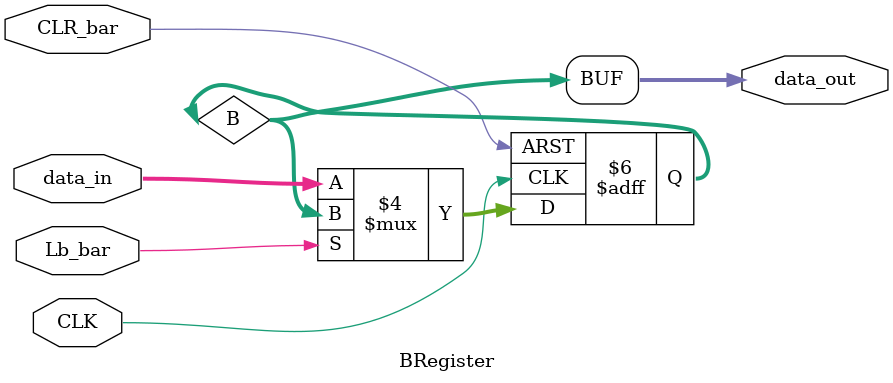
<source format=sv>
/*
* This module separates and stores data/instructions from W bus.
*/
module BRegister(
    //sync signals
    input logic CLK,
    input logic CLR_bar,

    //control signals
    input logic Lb_bar,

    //w bus input
    input wire [7:0] data_in,

    //data and instruction
    output reg [7:0] data_out
    );
    
    reg [7:0] B;
    
    always_ff @(posedge CLK or negedge CLR_bar) begin
        //TODO Check CLR signal
        if(~CLR_bar) begin
            B <= 8'b0;
        end
        else begin
            // Load active, store from W bus
            if (~Lb_bar) begin
                B <= data_in;
            end
        end
    end

    assign data_out  = B;
    
endmodule

</source>
